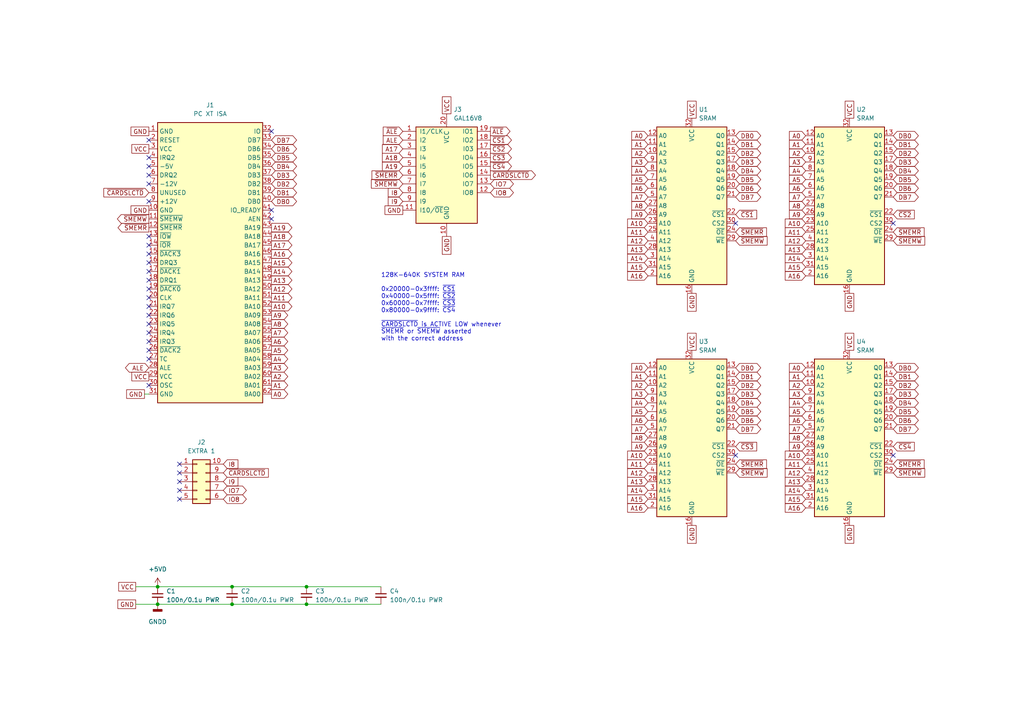
<source format=kicad_sch>
(kicad_sch (version 20211123) (generator eeschema)
  (paper "A4")
  (lib_symbols
    (symbol "Connector:Bus_ISA_8bit"
      (property "Reference" "J" (at 0 42.545 0))
      (property "Value" "Bus_ISA_8bit" (at 0 -42.545 0))
      (symbol "Bus_ISA_8bit_0_1"
        (rectangle (start -15.24 -40.64) (end 15.24 40.64) (stroke (width 0.254)) (fill (type background)))
      )
      (symbol "Bus_ISA_8bit_1_1"
        (pin power_in line (at -17.78 38.1 0) (length 2.54) (name "GND") (number "1"))
        (pin power_in line (at -17.78 15.24 0) (length 2.54) (name "GND") (number "10"))
        (pin output line (at -17.78 12.7 0) (length 2.54) (name "~{SMEMW}") (number "11"))
        (pin output line (at -17.78 10.16 0) (length 2.54) (name "~{SMEMR}") (number "12"))
        (pin output line (at -17.78 7.62 0) (length 2.54) (name "~{IOW}") (number "13"))
        (pin output line (at -17.78 5.08 0) (length 2.54) (name "~{IOR}") (number "14"))
        (pin passive line (at -17.78 2.54 0) (length 2.54) (name "~{DACK3}") (number "15"))
        (pin passive line (at -17.78 0 0) (length 2.54) (name "DRQ3") (number "16"))
        (pin passive line (at -17.78 -2.54 0) (length 2.54) (name "~{DACK1}") (number "17"))
        (pin passive line (at -17.78 -5.08 0) (length 2.54) (name "DRQ1") (number "18"))
        (pin passive line (at -17.78 -7.62 0) (length 2.54) (name "~{DACK0}") (number "19"))
        (pin output line (at -17.78 35.56 0) (length 2.54) (name "RESET") (number "2"))
        (pin output line (at -17.78 -10.16 0) (length 2.54) (name "CLK") (number "20"))
        (pin passive line (at -17.78 -12.7 0) (length 2.54) (name "IRQ7") (number "21"))
        (pin passive line (at -17.78 -15.24 0) (length 2.54) (name "IRQ6") (number "22"))
        (pin passive line (at -17.78 -17.78 0) (length 2.54) (name "IRQ5") (number "23"))
        (pin passive line (at -17.78 -20.32 0) (length 2.54) (name "IRQ4") (number "24"))
        (pin passive line (at -17.78 -22.86 0) (length 2.54) (name "IRQ3") (number "25"))
        (pin passive line (at -17.78 -25.4 0) (length 2.54) (name "~{DACK2}") (number "26"))
        (pin passive line (at -17.78 -27.94 0) (length 2.54) (name "TC") (number "27"))
        (pin output line (at -17.78 -30.48 0) (length 2.54) (name "ALE") (number "28"))
        (pin power_in line (at -17.78 -33.02 0) (length 2.54) (name "VCC") (number "29"))
        (pin power_in line (at -17.78 33.02 0) (length 2.54) (name "VCC") (number "3"))
        (pin output line (at -17.78 -35.56 0) (length 2.54) (name "OSC") (number "30"))
        (pin power_in line (at -17.78 -38.1 0) (length 2.54) (name "GND") (number "31"))
        (pin passive line (at 17.78 38.1 180) (length 2.54) (name "IO") (number "32"))
        (pin tri_state line (at 17.78 35.56 180) (length 2.54) (name "DB7") (number "33"))
        (pin tri_state line (at 17.78 33.02 180) (length 2.54) (name "DB6") (number "34"))
        (pin tri_state line (at 17.78 30.48 180) (length 2.54) (name "DB5") (number "35"))
        (pin tri_state line (at 17.78 27.94 180) (length 2.54) (name "DB4") (number "36"))
        (pin tri_state line (at 17.78 25.4 180) (length 2.54) (name "DB3") (number "37"))
        (pin tri_state line (at 17.78 22.86 180) (length 2.54) (name "DB2") (number "38"))
        (pin tri_state line (at 17.78 20.32 180) (length 2.54) (name "DB1") (number "39"))
        (pin passive line (at -17.78 30.48 0) (length 2.54) (name "IRQ2") (number "4"))
        (pin tri_state line (at 17.78 17.78 180) (length 2.54) (name "DB0") (number "40"))
        (pin passive line (at 17.78 15.24 180) (length 2.54) (name "IO_READY") (number "41"))
        (pin output line (at 17.78 12.7 180) (length 2.54) (name "AEN") (number "42"))
        (pin tri_state line (at 17.78 10.16 180) (length 2.54) (name "BA19") (number "43"))
        (pin tri_state line (at 17.78 7.62 180) (length 2.54) (name "BA18") (number "44"))
        (pin tri_state line (at 17.78 5.08 180) (length 2.54) (name "BA17") (number "45"))
        (pin tri_state line (at 17.78 2.54 180) (length 2.54) (name "BA16") (number "46"))
        (pin tri_state line (at 17.78 0 180) (length 2.54) (name "BA15") (number "47"))
        (pin tri_state line (at 17.78 -2.54 180) (length 2.54) (name "BA14") (number "48"))
        (pin tri_state line (at 17.78 -5.08 180) (length 2.54) (name "BA13") (number "49"))
        (pin power_in line (at -17.78 27.94 0) (length 2.54) (name "-5V") (number "5"))
        (pin tri_state line (at 17.78 -7.62 180) (length 2.54) (name "BA12") (number "50"))
        (pin tri_state line (at 17.78 -10.16 180) (length 2.54) (name "BA11") (number "51"))
        (pin tri_state line (at 17.78 -12.7 180) (length 2.54) (name "BA10") (number "52"))
        (pin tri_state line (at 17.78 -15.24 180) (length 2.54) (name "BA09") (number "53"))
        (pin tri_state line (at 17.78 -17.78 180) (length 2.54) (name "BA08") (number "54"))
        (pin tri_state line (at 17.78 -20.32 180) (length 2.54) (name "BA07") (number "55"))
        (pin tri_state line (at 17.78 -22.86 180) (length 2.54) (name "BA06") (number "56"))
        (pin tri_state line (at 17.78 -25.4 180) (length 2.54) (name "BA05") (number "57"))
        (pin tri_state line (at 17.78 -27.94 180) (length 2.54) (name "BA04") (number "58"))
        (pin tri_state line (at 17.78 -30.48 180) (length 2.54) (name "BA03") (number "59"))
        (pin passive line (at -17.78 25.4 0) (length 2.54) (name "DRQ2") (number "6"))
        (pin tri_state line (at 17.78 -33.02 180) (length 2.54) (name "BA02") (number "60"))
        (pin tri_state line (at 17.78 -35.56 180) (length 2.54) (name "BA01") (number "61"))
        (pin tri_state line (at 17.78 -38.1 180) (length 2.54) (name "BA00") (number "62"))
        (pin power_in line (at -17.78 22.86 0) (length 2.54) (name "-12V") (number "7"))
        (pin passive line (at -17.78 20.32 0) (length 2.54) (name "UNUSED") (number "8"))
        (pin power_in line (at -17.78 17.78 0) (length 2.54) (name "+12V") (number "9"))
      )
    )
    (symbol "Connector_Generic:Conn_02x05_Counter_Clockwise" (pin_names (offset 1.016) hide)
      (property "Reference" "J" (at 1.27 7.62 0))
      (property "Value" "Conn_02x05_Counter_Clockwise" (at 1.27 -7.62 0))
      (symbol "Conn_02x05_Counter_Clockwise_1_1"
        (rectangle (start -1.27 -4.953) (end 0 -5.207) (stroke (width 0.1524)))
        (rectangle (start -1.27 -2.413) (end 0 -2.667) (stroke (width 0.1524)))
        (rectangle (start -1.27 0.127) (end 0 -0.127) (stroke (width 0.1524)))
        (rectangle (start -1.27 2.667) (end 0 2.413) (stroke (width 0.1524)))
        (rectangle (start -1.27 5.207) (end 0 4.953) (stroke (width 0.1524)))
        (rectangle (start -1.27 6.35) (end 3.81 -6.35) (stroke (width 0.254)) (fill (type background)))
        (rectangle (start 3.81 -4.953) (end 2.54 -5.207) (stroke (width 0.1524)))
        (rectangle (start 3.81 -2.413) (end 2.54 -2.667) (stroke (width 0.1524)))
        (rectangle (start 3.81 0.127) (end 2.54 -0.127) (stroke (width 0.1524)))
        (rectangle (start 3.81 2.667) (end 2.54 2.413) (stroke (width 0.1524)))
        (rectangle (start 3.81 5.207) (end 2.54 4.953) (stroke (width 0.1524)))
        (pin passive line (at -5.08 5.08 0) (length 3.81) (name "Pin_1") (number "1"))
        (pin passive line (at 7.62 5.08 180) (length 3.81) (name "Pin_10") (number "10"))
        (pin passive line (at -5.08 2.54 0) (length 3.81) (name "Pin_2") (number "2"))
        (pin passive line (at -5.08 0 0) (length 3.81) (name "Pin_3") (number "3"))
        (pin passive line (at -5.08 -2.54 0) (length 3.81) (name "Pin_4") (number "4"))
        (pin passive line (at -5.08 -5.08 0) (length 3.81) (name "Pin_5") (number "5"))
        (pin passive line (at 7.62 -5.08 180) (length 3.81) (name "Pin_6") (number "6"))
        (pin passive line (at 7.62 -2.54 180) (length 3.81) (name "Pin_7") (number "7"))
        (pin passive line (at 7.62 0 180) (length 3.81) (name "Pin_8") (number "8"))
        (pin passive line (at 7.62 2.54 180) (length 3.81) (name "Pin_9") (number "9"))
      )
    )
    (symbol "Device:C_Small" (pin_numbers hide) (pin_names (offset 0.254) hide)
      (property "Reference" "C" (at 0.254 1.778 0))
      (property "Value" "C_Small" (at 0.254 -2.032 0))
      (symbol "C_Small_0_1"
        (polyline (pts (xy -1.524 -0.508) (xy 1.524 -0.508)) (stroke (width 0.3302)))
        (polyline (pts (xy -1.524 0.508) (xy 1.524 0.508)) (stroke (width 0.3048)))
      )
      (symbol "C_Small_1_1"
        (pin passive line (at 0 2.54 270) (length 2.032) (name "~") (number "1"))
        (pin passive line (at 0 -2.54 90) (length 2.032) (name "~") (number "2"))
      )
    )
    (symbol "Logic_Programmable:GAL16V8" (pin_names (offset 1.016))
      (property "Reference" "U" (at -8.89 16.51 0))
      (property "Value" "GAL16V8" (at 1.27 16.51 0))
      (symbol "GAL16V8_0_0"
        (pin power_in line (at 0 -17.78 90) (length 3.81) (name "GND") (number "10"))
        (pin power_in line (at 0 17.78 270) (length 3.81) (name "VCC") (number "20"))
      )
      (symbol "GAL16V8_0_1"
        (rectangle (start -8.89 13.97) (end 8.89 -13.97) (stroke (width 0.254)) (fill (type background)))
      )
      (symbol "GAL16V8_1_1"
        (pin input line (at -12.7 12.7 0) (length 3.81) (name "I1/CLK") (number "1"))
        (pin input line (at -12.7 -10.16 0) (length 3.81) (name "I10/~{OE}") (number "11"))
        (pin tri_state line (at 12.7 -5.08 180) (length 3.81) (name "IO8") (number "12"))
        (pin tri_state line (at 12.7 -2.54 180) (length 3.81) (name "IO7") (number "13"))
        (pin tri_state line (at 12.7 0 180) (length 3.81) (name "IO6") (number "14"))
        (pin tri_state line (at 12.7 2.54 180) (length 3.81) (name "IO5") (number "15"))
        (pin tri_state line (at 12.7 5.08 180) (length 3.81) (name "IO4") (number "16"))
        (pin tri_state line (at 12.7 7.62 180) (length 3.81) (name "I03") (number "17"))
        (pin tri_state line (at 12.7 10.16 180) (length 3.81) (name "IO2") (number "18"))
        (pin tri_state line (at 12.7 12.7 180) (length 3.81) (name "IO1") (number "19"))
        (pin input line (at -12.7 10.16 0) (length 3.81) (name "I2") (number "2"))
        (pin input line (at -12.7 7.62 0) (length 3.81) (name "I3") (number "3"))
        (pin input line (at -12.7 5.08 0) (length 3.81) (name "I4") (number "4"))
        (pin input line (at -12.7 2.54 0) (length 3.81) (name "I5") (number "5"))
        (pin input line (at -12.7 0 0) (length 3.81) (name "I6") (number "6"))
        (pin input line (at -12.7 -2.54 0) (length 3.81) (name "I7") (number "7"))
        (pin input line (at -12.7 -5.08 0) (length 3.81) (name "I8") (number "8"))
        (pin input line (at -12.7 -7.62 0) (length 3.81) (name "I9") (number "9"))
      )
    )
    (symbol "Memory_RAM:628128_DIP32_SSOP32"
      (property "Reference" "U" (at -10.16 23.495 0))
      (property "Value" "628128_DIP32_SSOP32" (at 2.54 23.495 0))
      (symbol "628128_DIP32_SSOP32_0_0"
        (pin power_in line (at 0 -25.4 90) (length 2.54) (name "GND") (number "16"))
        (pin power_in line (at 0 25.4 270) (length 2.54) (name "VCC") (number "32"))
      )
      (symbol "628128_DIP32_SSOP32_0_1"
        (rectangle (start -10.16 22.86) (end 10.16 -22.86) (stroke (width 0.254)) (fill (type background)))
      )
      (symbol "628128_DIP32_SSOP32_1_1"
        (pin no_connect line (at 10.16 -20.32 180) (length 2.54) hide (name "NC") (number "1"))
        (pin input line (at -12.7 15.24 0) (length 2.54) (name "A2") (number "10"))
        (pin input line (at -12.7 17.78 0) (length 2.54) (name "A1") (number "11"))
        (pin input line (at -12.7 20.32 0) (length 2.54) (name "A0") (number "12"))
        (pin tri_state line (at 12.7 20.32 180) (length 2.54) (name "Q0") (number "13"))
        (pin tri_state line (at 12.7 17.78 180) (length 2.54) (name "Q1") (number "14"))
        (pin tri_state line (at 12.7 15.24 180) (length 2.54) (name "Q2") (number "15"))
        (pin tri_state line (at 12.7 12.7 180) (length 2.54) (name "Q3") (number "17"))
        (pin tri_state line (at 12.7 10.16 180) (length 2.54) (name "Q4") (number "18"))
        (pin tri_state line (at 12.7 7.62 180) (length 2.54) (name "Q5") (number "19"))
        (pin input line (at -12.7 -20.32 0) (length 2.54) (name "A16") (number "2"))
        (pin tri_state line (at 12.7 5.08 180) (length 2.54) (name "Q6") (number "20"))
        (pin tri_state line (at 12.7 2.54 180) (length 2.54) (name "Q7") (number "21"))
        (pin input line (at 12.7 -2.54 180) (length 2.54) (name "~{CS1}") (number "22"))
        (pin input line (at -12.7 -5.08 0) (length 2.54) (name "A10") (number "23"))
        (pin input line (at 12.7 -7.62 180) (length 2.54) (name "~{OE}") (number "24"))
        (pin input line (at -12.7 -7.62 0) (length 2.54) (name "A11") (number "25"))
        (pin input line (at -12.7 -2.54 0) (length 2.54) (name "A9") (number "26"))
        (pin input line (at -12.7 0 0) (length 2.54) (name "A8") (number "27"))
        (pin input line (at -12.7 -12.7 0) (length 2.54) (name "A13") (number "28"))
        (pin input line (at 12.7 -10.16 180) (length 2.54) (name "~{WE}") (number "29"))
        (pin input line (at -12.7 -15.24 0) (length 2.54) (name "A14") (number "3"))
        (pin input line (at 12.7 -5.08 180) (length 2.54) (name "CS2") (number "30"))
        (pin input line (at -12.7 -17.78 0) (length 2.54) (name "A15") (number "31"))
        (pin input line (at -12.7 -10.16 0) (length 2.54) (name "A12") (number "4"))
        (pin input line (at -12.7 2.54 0) (length 2.54) (name "A7") (number "5"))
        (pin input line (at -12.7 5.08 0) (length 2.54) (name "A6") (number "6"))
        (pin input line (at -12.7 7.62 0) (length 2.54) (name "A5") (number "7"))
        (pin input line (at -12.7 10.16 0) (length 2.54) (name "A4") (number "8"))
        (pin input line (at -12.7 12.7 0) (length 2.54) (name "A3") (number "9"))
      )
    )
    (symbol "power:+5VD" (power) (pin_names (offset 0))
      (property "Value" "+5VD" (at 0 3.556 0))
      (symbol "+5VD_0_1"
        (polyline (pts (xy -0.762 1.27) (xy 0 2.54)))
        (polyline (pts (xy 0 0) (xy 0 2.54)))
        (polyline (pts (xy 0 2.54) (xy 0.762 1.27)))
      )
      (symbol "+5VD_1_1"
        (pin power_in line (at 0 0 90) (length 0) hide (name "+5VD") (number "1"))
      )
    )
    (symbol "power:GNDD" (power) (pin_names (offset 0))
      (property "Value" "GNDD" (at 0 -3.175 0))
      (symbol "GNDD_0_1"
        (rectangle (start -1.27 -1.524) (end 1.27 -2.032) (stroke (width 0.254)) (fill (type outline)))
        (polyline (pts (xy 0 0) (xy 0 -1.524)))
      )
      (symbol "GNDD_1_1"
        (pin power_in line (at 0 0 270) (length 0) hide (name "GNDD") (number "1"))
      )
    )
  )
  (junction (at 45.72 170.18))
  (junction (at 67.31 170.18))
  (junction (at 45.72 175.26))
  (junction (at 88.9 170.18))
  (junction (at 67.31 175.26))
  (junction (at 88.9 175.26))
  (no_connect (at 43.18 93.98))
  (no_connect (at 213.36 64.77))
  (no_connect (at 43.18 45.72))
  (no_connect (at 43.18 101.6))
  (no_connect (at 43.18 53.34))
  (no_connect (at 43.18 73.66))
  (no_connect (at 43.18 58.42))
  (no_connect (at 43.18 50.8))
  (no_connect (at 43.18 86.36))
  (no_connect (at 52.07 134.62))
  (no_connect (at 52.07 144.78))
  (no_connect (at 52.07 137.16))
  (no_connect (at 52.07 139.7))
  (no_connect (at 52.07 142.24))
  (no_connect (at 43.18 111.76))
  (no_connect (at 259.08 64.77))
  (no_connect (at 43.18 88.9))
  (no_connect (at 43.18 96.52))
  (no_connect (at 78.74 38.1))
  (no_connect (at 43.18 91.44))
  (no_connect (at 43.18 76.2))
  (no_connect (at 213.36 132.08))
  (no_connect (at 43.18 48.26))
  (no_connect (at 78.74 63.5))
  (no_connect (at 78.74 60.96))
  (no_connect (at 43.18 81.28))
  (no_connect (at 43.18 40.64))
  (no_connect (at 43.18 104.14))
  (no_connect (at 259.08 132.08))
  (no_connect (at 43.18 83.82))
  (no_connect (at 43.18 78.74))
  (no_connect (at 43.18 71.12))
  (no_connect (at 43.18 68.58))
  (no_connect (at 43.18 99.06))
  (wire (pts (xy 88.9 175.26) (xy 110.49 175.26)))
  (wire (pts (xy 41.91 114.3) (xy 43.18 114.3)))
  (wire (pts (xy 67.31 175.26) (xy 88.9 175.26)))
  (wire (pts (xy 88.9 170.18) (xy 110.49 170.18)))
  (wire (pts (xy 67.31 170.18) (xy 88.9 170.18)))
  (wire (pts (xy 45.72 170.18) (xy 67.31 170.18)))
  (wire (pts (xy 39.37 170.18) (xy 45.72 170.18)))
  (wire (pts (xy 39.37 175.26) (xy 45.72 175.26)))
  (wire (pts (xy 45.72 175.26) (xy 67.31 175.26)))
  (text "128K-640K SYSTEM RAM\n\n0x20000-0x3ffff: ~{CS1}\n0x40000-0x5ffff: ~{CS2}\n0x60000-0x7ffff: ~{CS3}\n0x80000-0x9ffff: ~{CS4}\n\n~{CARDSLCTD} is ACTIVE LOW whenever\n~{SMEMR} or ~{SMEMW} asserted\nwith the correct address" (at 110.49 99.06 0) (effects (font (size 1.27 1.27)) (justify left bottom)))
  (global_label "~{SMEMW}" (shape input) (at 116.84 53.34 180) (property "Intersheet References" "${INTERSHEET_REFS}" (effects hide)))
  (global_label "GND" (shape passive) (at 200.66 152.4 270) (property "Intersheet References" "${INTERSHEET_REFS}" (effects hide)))
  (global_label "DB1" (shape bidirectional) (at 213.36 109.22 0) (property "Intersheet References" "${INTERSHEET_REFS}" (effects hide)))
  (global_label "~{CS1}" (shape output) (at 142.24 40.64 0) (property "Intersheet References" "${INTERSHEET_REFS}" (effects hide)))
  (global_label "GND" (shape passive) (at 246.38 85.09 270) (property "Intersheet References" "${INTERSHEET_REFS}" (effects hide)))
  (global_label "~{CS2}" (shape output) (at 142.24 43.18 0) (property "Intersheet References" "${INTERSHEET_REFS}" (effects hide)))
  (global_label "A9" (shape input) (at 233.68 62.23 180) (property "Intersheet References" "${INTERSHEET_REFS}" (effects hide)))
  (global_label "A16" (shape output) (at 78.74 73.66 0) (property "Intersheet References" "${INTERSHEET_REFS}" (effects hide)))
  (global_label "A16" (shape input) (at 233.68 147.32 180) (property "Intersheet References" "${INTERSHEET_REFS}" (effects hide)))
  (global_label "DB4" (shape bidirectional) (at 78.74 48.26 0) (property "Intersheet References" "${INTERSHEET_REFS}" (effects hide)))
  (global_label "~{SMEMR}" (shape input) (at 116.84 50.8 180) (property "Intersheet References" "${INTERSHEET_REFS}" (effects hide)))
  (global_label "A9" (shape input) (at 233.68 129.54 180) (property "Intersheet References" "${INTERSHEET_REFS}" (effects hide)))
  (global_label "DB0" (shape bidirectional) (at 213.36 39.37 0) (property "Intersheet References" "${INTERSHEET_REFS}" (effects hide)))
  (global_label "A10" (shape input) (at 233.68 64.77 180) (property "Intersheet References" "${INTERSHEET_REFS}" (effects hide)))
  (global_label "~{CARDSLCTD}" (shape input) (at 43.18 55.88 180) (property "Intersheet References" "${INTERSHEET_REFS}" (effects hide)))
  (global_label "A0" (shape input) (at 233.68 106.68 180) (property "Intersheet References" "${INTERSHEET_REFS}" (effects hide)))
  (global_label "VCC" (shape passive) (at 246.38 34.29 90) (property "Intersheet References" "${INTERSHEET_REFS}" (effects hide)))
  (global_label "DB1" (shape bidirectional) (at 213.36 41.91 0) (property "Intersheet References" "${INTERSHEET_REFS}" (effects hide)))
  (global_label "DB5" (shape bidirectional) (at 259.08 119.38 0) (property "Intersheet References" "${INTERSHEET_REFS}" (effects hide)))
  (global_label "DB3" (shape bidirectional) (at 213.36 114.3 0) (property "Intersheet References" "${INTERSHEET_REFS}" (effects hide)))
  (global_label "A13" (shape input) (at 187.96 72.39 180) (property "Intersheet References" "${INTERSHEET_REFS}" (effects hide)))
  (global_label "~{SMEMW}" (shape input) (at 213.36 69.85 0) (property "Intersheet References" "${INTERSHEET_REFS}" (effects hide)))
  (global_label "VCC" (shape passive) (at 246.38 101.6 90) (property "Intersheet References" "${INTERSHEET_REFS}" (effects hide)))
  (global_label "A6" (shape output) (at 78.74 99.06 0) (property "Intersheet References" "${INTERSHEET_REFS}" (effects hide)))
  (global_label "GND" (shape passive) (at 43.18 60.96 180) (property "Intersheet References" "${INTERSHEET_REFS}" (effects hide)))
  (global_label "A8" (shape input) (at 187.96 59.69 180) (property "Intersheet References" "${INTERSHEET_REFS}" (effects hide)))
  (global_label "DB4" (shape bidirectional) (at 213.36 116.84 0) (property "Intersheet References" "${INTERSHEET_REFS}" (effects hide)))
  (global_label "A11" (shape input) (at 187.96 67.31 180) (property "Intersheet References" "${INTERSHEET_REFS}" (effects hide)))
  (global_label "GND" (shape passive) (at 200.66 85.09 270) (property "Intersheet References" "${INTERSHEET_REFS}" (effects hide)))
  (global_label "A5" (shape output) (at 78.74 101.6 0) (property "Intersheet References" "${INTERSHEET_REFS}" (effects hide)))
  (global_label "~{SMEMW}" (shape input) (at 213.36 137.16 0) (property "Intersheet References" "${INTERSHEET_REFS}" (effects hide)))
  (global_label "A9" (shape input) (at 187.96 62.23 180) (property "Intersheet References" "${INTERSHEET_REFS}" (effects hide)))
  (global_label "A8" (shape input) (at 233.68 59.69 180) (property "Intersheet References" "${INTERSHEET_REFS}" (effects hide)))
  (global_label "~{CARDSLCTD}" (shape output) (at 142.24 50.8 0) (property "Intersheet References" "${INTERSHEET_REFS}" (effects hide)))
  (global_label "DB2" (shape bidirectional) (at 213.36 111.76 0) (property "Intersheet References" "${INTERSHEET_REFS}" (effects hide)))
  (global_label "DB6" (shape bidirectional) (at 213.36 121.92 0) (property "Intersheet References" "${INTERSHEET_REFS}" (effects hide)))
  (global_label "A6" (shape input) (at 233.68 121.92 180) (property "Intersheet References" "${INTERSHEET_REFS}" (effects hide)))
  (global_label "DB6" (shape bidirectional) (at 213.36 54.61 0) (property "Intersheet References" "${INTERSHEET_REFS}" (effects hide)))
  (global_label "ALE" (shape bidirectional) (at 43.18 106.68 180) (property "Intersheet References" "${INTERSHEET_REFS}" (effects hide)))
  (global_label "DB2" (shape bidirectional) (at 78.74 53.34 0) (property "Intersheet References" "${INTERSHEET_REFS}" (effects hide)))
  (global_label "A7" (shape input) (at 233.68 57.15 180) (property "Intersheet References" "${INTERSHEET_REFS}" (effects hide)))
  (global_label "~{CARDSLCTD}" (shape input) (at 64.77 137.16 0) (property "Intersheet References" "${INTERSHEET_REFS}" (effects hide)))
  (global_label "A2" (shape input) (at 233.68 111.76 180) (property "Intersheet References" "${INTERSHEET_REFS}" (effects hide)))
  (global_label "A16" (shape input) (at 233.68 80.01 180) (property "Intersheet References" "${INTERSHEET_REFS}" (effects hide)))
  (global_label "A15" (shape input) (at 233.68 77.47 180) (property "Intersheet References" "${INTERSHEET_REFS}" (effects hide)))
  (global_label "~{SMEMR}" (shape input) (at 213.36 134.62 0) (property "Intersheet References" "${INTERSHEET_REFS}" (effects hide)))
  (global_label "A12" (shape input) (at 187.96 137.16 180) (property "Intersheet References" "${INTERSHEET_REFS}" (effects hide)))
  (global_label "A15" (shape input) (at 233.68 144.78 180) (property "Intersheet References" "${INTERSHEET_REFS}" (effects hide)))
  (global_label "A18" (shape input) (at 116.84 45.72 180) (property "Intersheet References" "${INTERSHEET_REFS}" (effects hide)))
  (global_label "~{SMEMW}" (shape input) (at 259.08 69.85 0) (property "Intersheet References" "${INTERSHEET_REFS}" (effects hide)))
  (global_label "DB7" (shape bidirectional) (at 213.36 57.15 0) (property "Intersheet References" "${INTERSHEET_REFS}" (effects hide)))
  (global_label "A8" (shape input) (at 187.96 127 180) (property "Intersheet References" "${INTERSHEET_REFS}" (effects hide)))
  (global_label "A3" (shape input) (at 233.68 46.99 180) (property "Intersheet References" "${INTERSHEET_REFS}" (effects hide)))
  (global_label "A4" (shape input) (at 233.68 49.53 180) (property "Intersheet References" "${INTERSHEET_REFS}" (effects hide)))
  (global_label "A16" (shape input) (at 187.96 80.01 180) (property "Intersheet References" "${INTERSHEET_REFS}" (effects hide)))
  (global_label "A3" (shape input) (at 233.68 114.3 180) (property "Intersheet References" "${INTERSHEET_REFS}" (effects hide)))
  (global_label "DB6" (shape bidirectional) (at 259.08 121.92 0) (property "Intersheet References" "${INTERSHEET_REFS}" (effects hide)))
  (global_label "IO8" (shape bidirectional) (at 142.24 55.88 0) (property "Intersheet References" "${INTERSHEET_REFS}" (effects hide)))
  (global_label "A11" (shape input) (at 187.96 134.62 180) (property "Intersheet References" "${INTERSHEET_REFS}" (effects hide)))
  (global_label "A15" (shape input) (at 187.96 77.47 180) (property "Intersheet References" "${INTERSHEET_REFS}" (effects hide)))
  (global_label "A11" (shape output) (at 78.74 86.36 0) (property "Intersheet References" "${INTERSHEET_REFS}" (effects hide)))
  (global_label "DB5" (shape bidirectional) (at 213.36 119.38 0) (property "Intersheet References" "${INTERSHEET_REFS}" (effects hide)))
  (global_label "A9" (shape input) (at 187.96 129.54 180) (property "Intersheet References" "${INTERSHEET_REFS}" (effects hide)))
  (global_label "GND" (shape passive) (at 116.84 60.96 180) (property "Intersheet References" "${INTERSHEET_REFS}" (effects hide)))
  (global_label "A1" (shape input) (at 233.68 41.91 180) (property "Intersheet References" "${INTERSHEET_REFS}" (effects hide)))
  (global_label "A14" (shape input) (at 187.96 142.24 180) (property "Intersheet References" "${INTERSHEET_REFS}" (effects hide)))
  (global_label "A3" (shape output) (at 78.74 106.68 0) (property "Intersheet References" "${INTERSHEET_REFS}" (effects hide)))
  (global_label "A0" (shape output) (at 78.74 114.3 0) (property "Intersheet References" "${INTERSHEET_REFS}" (effects hide)))
  (global_label "VCC" (shape passive) (at 200.66 34.29 90) (property "Intersheet References" "${INTERSHEET_REFS}" (effects hide)))
  (global_label "~{SMEMR}" (shape output) (at 43.18 66.04 180) (property "Intersheet References" "${INTERSHEET_REFS}" (effects hide)))
  (global_label "GND" (shape passive) (at 246.38 152.4 270) (property "Intersheet References" "${INTERSHEET_REFS}" (effects hide)))
  (global_label "A7" (shape input) (at 233.68 124.46 180) (property "Intersheet References" "${INTERSHEET_REFS}" (effects hide)))
  (global_label "A11" (shape input) (at 233.68 134.62 180) (property "Intersheet References" "${INTERSHEET_REFS}" (effects hide)))
  (global_label "IO8" (shape bidirectional) (at 64.77 144.78 0) (property "Intersheet References" "${INTERSHEET_REFS}" (effects hide)))
  (global_label "A7" (shape input) (at 187.96 57.15 180) (property "Intersheet References" "${INTERSHEET_REFS}" (effects hide)))
  (global_label "IO7" (shape bidirectional) (at 142.24 53.34 0) (property "Intersheet References" "${INTERSHEET_REFS}" (effects hide)))
  (global_label "A9" (shape output) (at 78.74 91.44 0) (property "Intersheet References" "${INTERSHEET_REFS}" (effects hide)))
  (global_label "A19" (shape input) (at 116.84 48.26 180) (property "Intersheet References" "${INTERSHEET_REFS}" (effects hide)))
  (global_label "A5" (shape input) (at 187.96 52.07 180) (property "Intersheet References" "${INTERSHEET_REFS}" (effects hide)))
  (global_label "A12" (shape input) (at 233.68 69.85 180) (property "Intersheet References" "${INTERSHEET_REFS}" (effects hide)))
  (global_label "I8" (shape input) (at 64.77 134.62 0) (property "Intersheet References" "${INTERSHEET_REFS}" (effects hide)))
  (global_label "A2" (shape output) (at 78.74 109.22 0) (property "Intersheet References" "${INTERSHEET_REFS}" (effects hide)))
  (global_label "A12" (shape input) (at 233.68 137.16 180) (property "Intersheet References" "${INTERSHEET_REFS}" (effects hide)))
  (global_label "A13" (shape input) (at 233.68 72.39 180) (property "Intersheet References" "${INTERSHEET_REFS}" (effects hide)))
  (global_label "DB1" (shape bidirectional) (at 259.08 109.22 0) (property "Intersheet References" "${INTERSHEET_REFS}" (effects hide)))
  (global_label "GND" (shape passive) (at 41.91 114.3 180) (property "Intersheet References" "${INTERSHEET_REFS}" (effects hide)))
  (global_label "A10" (shape input) (at 233.68 132.08 180) (property "Intersheet References" "${INTERSHEET_REFS}" (effects hide)))
  (global_label "A10" (shape input) (at 187.96 64.77 180) (property "Intersheet References" "${INTERSHEET_REFS}" (effects hide)))
  (global_label "A3" (shape input) (at 187.96 46.99 180) (property "Intersheet References" "${INTERSHEET_REFS}" (effects hide)))
  (global_label "A13" (shape output) (at 78.74 81.28 0) (property "Intersheet References" "${INTERSHEET_REFS}" (effects hide)))
  (global_label "A6" (shape input) (at 233.68 54.61 180) (property "Intersheet References" "${INTERSHEET_REFS}" (effects hide)))
  (global_label "DB7" (shape bidirectional) (at 78.74 40.64 0) (property "Intersheet References" "${INTERSHEET_REFS}" (effects hide)))
  (global_label "DB0" (shape bidirectional) (at 78.74 58.42 0) (property "Intersheet References" "${INTERSHEET_REFS}" (effects hide)))
  (global_label "A17" (shape output) (at 78.74 71.12 0) (property "Intersheet References" "${INTERSHEET_REFS}" (effects hide)))
  (global_label "A7" (shape output) (at 78.74 96.52 0) (property "Intersheet References" "${INTERSHEET_REFS}" (effects hide)))
  (global_label "DB6" (shape bidirectional) (at 78.74 43.18 0) (property "Intersheet References" "${INTERSHEET_REFS}" (effects hide)))
  (global_label "DB4" (shape bidirectional) (at 213.36 49.53 0) (property "Intersheet References" "${INTERSHEET_REFS}" (effects hide)))
  (global_label "A8" (shape output) (at 78.74 93.98 0) (property "Intersheet References" "${INTERSHEET_REFS}" (effects hide)))
  (global_label "A4" (shape input) (at 187.96 49.53 180) (property "Intersheet References" "${INTERSHEET_REFS}" (effects hide)))
  (global_label "~{SMEMR}" (shape input) (at 259.08 67.31 0) (property "Intersheet References" "${INTERSHEET_REFS}" (effects hide)))
  (global_label "A16" (shape input) (at 187.96 147.32 180) (property "Intersheet References" "${INTERSHEET_REFS}" (effects hide)))
  (global_label "DB6" (shape bidirectional) (at 259.08 54.61 0) (property "Intersheet References" "${INTERSHEET_REFS}" (effects hide)))
  (global_label "VCC" (shape passive) (at 200.66 101.6 90) (property "Intersheet References" "${INTERSHEET_REFS}" (effects hide)))
  (global_label "VCC" (shape passive) (at 43.18 109.22 180) (property "Intersheet References" "${INTERSHEET_REFS}" (effects hide)))
  (global_label "A14" (shape input) (at 187.96 74.93 180) (property "Intersheet References" "${INTERSHEET_REFS}" (effects hide)))
  (global_label "A6" (shape input) (at 187.96 121.92 180) (property "Intersheet References" "${INTERSHEET_REFS}" (effects hide)))
  (global_label "A5" (shape input) (at 187.96 119.38 180) (property "Intersheet References" "${INTERSHEET_REFS}" (effects hide)))
  (global_label "A14" (shape output) (at 78.74 78.74 0) (property "Intersheet References" "${INTERSHEET_REFS}" (effects hide)))
  (global_label "A0" (shape input) (at 187.96 106.68 180) (property "Intersheet References" "${INTERSHEET_REFS}" (effects hide)))
  (global_label "I9" (shape input) (at 116.84 58.42 180) (property "Intersheet References" "${INTERSHEET_REFS}" (effects hide)))
  (global_label "A4" (shape output) (at 78.74 104.14 0) (property "Intersheet References" "${INTERSHEET_REFS}" (effects hide)))
  (global_label "A4" (shape input) (at 233.68 116.84 180) (property "Intersheet References" "${INTERSHEET_REFS}" (effects hide)))
  (global_label "DB1" (shape bidirectional) (at 259.08 41.91 0) (property "Intersheet References" "${INTERSHEET_REFS}" (effects hide)))
  (global_label "A15" (shape input) (at 187.96 144.78 180) (property "Intersheet References" "${INTERSHEET_REFS}" (effects hide)))
  (global_label "DB0" (shape bidirectional) (at 259.08 39.37 0) (property "Intersheet References" "${INTERSHEET_REFS}" (effects hide)))
  (global_label "A5" (shape input) (at 233.68 119.38 180) (property "Intersheet References" "${INTERSHEET_REFS}" (effects hide)))
  (global_label "A1" (shape output) (at 78.74 111.76 0) (property "Intersheet References" "${INTERSHEET_REFS}" (effects hide)))
  (global_label "~{SMEMR}" (shape input) (at 259.08 134.62 0) (property "Intersheet References" "${INTERSHEET_REFS}" (effects hide)))
  (global_label "DB1" (shape bidirectional) (at 78.74 55.88 0) (property "Intersheet References" "${INTERSHEET_REFS}" (effects hide)))
  (global_label "DB2" (shape bidirectional) (at 259.08 44.45 0) (property "Intersheet References" "${INTERSHEET_REFS}" (effects hide)))
  (global_label "~{CS1}" (shape input) (at 213.36 62.23 0) (property "Intersheet References" "${INTERSHEET_REFS}" (effects hide)))
  (global_label "I9" (shape input) (at 64.77 139.7 0) (property "Intersheet References" "${INTERSHEET_REFS}" (effects hide)))
  (global_label "~{ALE}" (shape output) (at 142.24 38.1 0) (property "Intersheet References" "${INTERSHEET_REFS}" (effects hide)))
  (global_label "DB3" (shape bidirectional) (at 259.08 114.3 0) (property "Intersheet References" "${INTERSHEET_REFS}" (effects hide)))
  (global_label "DB0" (shape bidirectional) (at 259.08 106.68 0) (property "Intersheet References" "${INTERSHEET_REFS}" (effects hide)))
  (global_label "~{SMEMW}" (shape output) (at 43.18 63.5 180) (property "Intersheet References" "${INTERSHEET_REFS}" (effects hide)))
  (global_label "~{CS2}" (shape input) (at 259.08 62.23 0) (property "Intersheet References" "${INTERSHEET_REFS}" (effects hide)))
  (global_label "~{CS4}" (shape input) (at 259.08 129.54 0) (property "Intersheet References" "${INTERSHEET_REFS}" (effects hide)))
  (global_label "DB2" (shape bidirectional) (at 213.36 44.45 0) (property "Intersheet References" "${INTERSHEET_REFS}" (effects hide)))
  (global_label "DB5" (shape bidirectional) (at 213.36 52.07 0) (property "Intersheet References" "${INTERSHEET_REFS}" (effects hide)))
  (global_label "A7" (shape input) (at 187.96 124.46 180) (property "Intersheet References" "${INTERSHEET_REFS}" (effects hide)))
  (global_label "A11" (shape input) (at 233.68 67.31 180) (property "Intersheet References" "${INTERSHEET_REFS}" (effects hide)))
  (global_label "ALE" (shape input) (at 116.84 40.64 180) (property "Intersheet References" "${INTERSHEET_REFS}" (effects hide)))
  (global_label "DB7" (shape bidirectional) (at 213.36 124.46 0) (property "Intersheet References" "${INTERSHEET_REFS}" (effects hide)))
  (global_label "A2" (shape input) (at 233.68 44.45 180) (property "Intersheet References" "${INTERSHEET_REFS}" (effects hide)))
  (global_label "DB2" (shape bidirectional) (at 259.08 111.76 0) (property "Intersheet References" "${INTERSHEET_REFS}" (effects hide)))
  (global_label "~{SMEMR}" (shape input) (at 213.36 67.31 0) (property "Intersheet References" "${INTERSHEET_REFS}" (effects hide)))
  (global_label "A1" (shape input) (at 233.68 109.22 180) (property "Intersheet References" "${INTERSHEET_REFS}" (effects hide)))
  (global_label "A2" (shape input) (at 187.96 44.45 180) (property "Intersheet References" "${INTERSHEET_REFS}" (effects hide)))
  (global_label "~{CS3}" (shape input) (at 213.36 129.54 0) (property "Intersheet References" "${INTERSHEET_REFS}" (effects hide)))
  (global_label "A15" (shape output) (at 78.74 76.2 0) (property "Intersheet References" "${INTERSHEET_REFS}" (effects hide)))
  (global_label "VCC" (shape passive) (at 43.18 43.18 180) (property "Intersheet References" "${INTERSHEET_REFS}" (effects hide)))
  (global_label "DB4" (shape bidirectional) (at 259.08 116.84 0) (property "Intersheet References" "${INTERSHEET_REFS}" (effects hide)))
  (global_label "A14" (shape input) (at 233.68 74.93 180) (property "Intersheet References" "${INTERSHEET_REFS}" (effects hide)))
  (global_label "A10" (shape input) (at 187.96 132.08 180) (property "Intersheet References" "${INTERSHEET_REFS}" (effects hide)))
  (global_label "DB7" (shape bidirectional) (at 259.08 57.15 0) (property "Intersheet References" "${INTERSHEET_REFS}" (effects hide)))
  (global_label "~{CS4}" (shape output) (at 142.24 48.26 0) (property "Intersheet References" "${INTERSHEET_REFS}" (effects hide)))
  (global_label "A5" (shape input) (at 233.68 52.07 180) (property "Intersheet References" "${INTERSHEET_REFS}" (effects hide)))
  (global_label "GND" (shape passive) (at 129.54 68.58 270) (property "Intersheet References" "${INTERSHEET_REFS}" (effects hide)))
  (global_label "VCC" (shape passive) (at 129.54 33.02 90) (property "Intersheet References" "${INTERSHEET_REFS}" (effects hide)))
  (global_label "A14" (shape input) (at 233.68 142.24 180) (property "Intersheet References" "${INTERSHEET_REFS}" (effects hide)))
  (global_label "I8" (shape input) (at 116.84 55.88 180) (property "Intersheet References" "${INTERSHEET_REFS}" (effects hide)))
  (global_label "DB7" (shape bidirectional) (at 259.08 124.46 0) (property "Intersheet References" "${INTERSHEET_REFS}" (effects hide)))
  (global_label "DB0" (shape bidirectional) (at 213.36 106.68 0) (property "Intersheet References" "${INTERSHEET_REFS}" (effects hide)))
  (global_label "IO7" (shape bidirectional) (at 64.77 142.24 0) (property "Intersheet References" "${INTERSHEET_REFS}" (effects hide)))
  (global_label "A13" (shape input) (at 187.96 139.7 180) (property "Intersheet References" "${INTERSHEET_REFS}" (effects hide)))
  (global_label "A12" (shape input) (at 187.96 69.85 180) (property "Intersheet References" "${INTERSHEET_REFS}" (effects hide)))
  (global_label "A13" (shape input) (at 233.68 139.7 180) (property "Intersheet References" "${INTERSHEET_REFS}" (effects hide)))
  (global_label "A3" (shape input) (at 187.96 114.3 180) (property "Intersheet References" "${INTERSHEET_REFS}" (effects hide)))
  (global_label "A0" (shape input) (at 187.96 39.37 180) (property "Intersheet References" "${INTERSHEET_REFS}" (effects hide)))
  (global_label "A6" (shape input) (at 187.96 54.61 180) (property "Intersheet References" "${INTERSHEET_REFS}" (effects hide)))
  (global_label "A12" (shape output) (at 78.74 83.82 0) (property "Intersheet References" "${INTERSHEET_REFS}" (effects hide)))
  (global_label "A10" (shape output) (at 78.74 88.9 0) (property "Intersheet References" "${INTERSHEET_REFS}" (effects hide)))
  (global_label "A19" (shape output) (at 78.74 66.04 0) (property "Intersheet References" "${INTERSHEET_REFS}" (effects hide)))
  (global_label "A18" (shape output) (at 78.74 68.58 0) (property "Intersheet References" "${INTERSHEET_REFS}" (effects hide)))
  (global_label "A8" (shape input) (at 233.68 127 180) (property "Intersheet References" "${INTERSHEET_REFS}" (effects hide)))
  (global_label "DB5" (shape bidirectional) (at 78.74 45.72 0) (property "Intersheet References" "${INTERSHEET_REFS}" (effects hide)))
  (global_label "~{SMEMW}" (shape input) (at 259.08 137.16 0) (property "Intersheet References" "${INTERSHEET_REFS}" (effects hide)))
  (global_label "A1" (shape input) (at 187.96 109.22 180) (property "Intersheet References" "${INTERSHEET_REFS}" (effects hide)))
  (global_label "A2" (shape input) (at 187.96 111.76 180) (property "Intersheet References" "${INTERSHEET_REFS}" (effects hide)))
  (global_label "~{CS3}" (shape output) (at 142.24 45.72 0) (property "Intersheet References" "${INTERSHEET_REFS}" (effects hide)))
  (global_label "DB3" (shape bidirectional) (at 213.36 46.99 0) (property "Intersheet References" "${INTERSHEET_REFS}" (effects hide)))
  (global_label "VCC" (shape passive) (at 39.37 170.18 180) (property "Intersheet References" "${INTERSHEET_REFS}" (effects hide)))
  (global_label "GND" (shape passive) (at 39.37 175.26 180) (property "Intersheet References" "${INTERSHEET_REFS}" (effects hide)))
  (global_label "DB4" (shape bidirectional) (at 259.08 49.53 0) (property "Intersheet References" "${INTERSHEET_REFS}" (effects hide)))
  (global_label "A17" (shape input) (at 116.84 43.18 180) (property "Intersheet References" "${INTERSHEET_REFS}" (effects hide)))
  (global_label "DB3" (shape bidirectional) (at 78.74 50.8 0) (property "Intersheet References" "${INTERSHEET_REFS}" (effects hide)))
  (global_label "DB3" (shape bidirectional) (at 259.08 46.99 0) (property "Intersheet References" "${INTERSHEET_REFS}" (effects hide)))
  (global_label "GND" (shape passive) (at 43.18 38.1 180) (property "Intersheet References" "${INTERSHEET_REFS}" (effects hide)))
  (global_label "A0" (shape input) (at 233.68 39.37 180) (property "Intersheet References" "${INTERSHEET_REFS}" (effects hide)))
  (global_label "A1" (shape input) (at 187.96 41.91 180) (property "Intersheet References" "${INTERSHEET_REFS}" (effects hide)))
  (global_label "A4" (shape input) (at 187.96 116.84 180) (property "Intersheet References" "${INTERSHEET_REFS}" (effects hide)))
  (global_label "~{ALE}" (shape input) (at 116.84 38.1 180) (property "Intersheet References" "${INTERSHEET_REFS}" (effects hide)))
  (global_label "DB5" (shape bidirectional) (at 259.08 52.07 0) (property "Intersheet References" "${INTERSHEET_REFS}" (effects hide)))
  (symbol (lib_id "Device:C_Small") (at 88.9 172.72 0) (unit 1)
    (property "Reference" "C3" (at 91.44 171.4562 0) (effects (justify left)))
    (property "Value" "100n/0.1u PWR" (at 91.44 173.9962 0) (effects (justify left)))
    (property "Footprint" "Capacitor_SMD:C_1206_3216Metric_Pad1.33x1.80mm_HandSolder" (effects hide))
    (property "Mouser Part Number" "80-C1206X104G4HACTU" (effects hide))
  )
  (symbol (lib_id "Device:C_Small") (at 45.72 172.72 0) (unit 1)
    (property "Reference" "C1" (at 48.26 171.4562 0) (effects (justify left)))
    (property "Value" "100n/0.1u PWR" (at 48.26 173.9962 0) (effects (justify left)))
    (property "Footprint" "Capacitor_SMD:C_1206_3216Metric_Pad1.33x1.80mm_HandSolder" (effects hide))
    (property "Mouser Part Number" "80-C1206X104G4HACTU" (effects hide))
  )
  (symbol (lib_id "Memory_RAM:628128_DIP32_SSOP32") (at 246.38 59.69 0) (unit 1)
    (property "Reference" "U2" (at 248.3994 31.75 0) (effects (justify left)))
    (property "Value" "SRAM" (at 248.3994 34.29 0) (effects (justify left)))
    (property "Footprint" "Package_SO:SSOP-32_11.305x20.495mm_P1.27mm" (effects hide))
    (property "Datasheet" "http://www.futurlec.com/Datasheet/Memory/628128.pdf" (effects hide))
    (property "Description" "628128 128KB SRAM" (effects hide))
    (property "Manufacturer_Name" "ISSI" (effects hide))
    (property "Manufacturer_Part_Number" "IS62C1024AL-35QLI" (effects hide))
  )
  (symbol (lib_id "Device:C_Small") (at 110.49 172.72 0) (unit 1)
    (property "Reference" "C4" (at 113.03 171.4562 0) (effects (justify left)))
    (property "Value" "100n/0.1u PWR" (at 113.03 173.9962 0) (effects (justify left)))
    (property "Footprint" "Capacitor_SMD:C_1206_3216Metric_Pad1.33x1.80mm_HandSolder" (effects hide))
    (property "Mouser Part Number" "80-C1206X104G4HACTU" (effects hide))
  )
  (symbol (lib_id "Memory_RAM:628128_DIP32_SSOP32") (at 200.66 59.69 0) (unit 1)
    (property "Reference" "U1" (at 202.6794 31.75 0) (effects (justify left)))
    (property "Value" "SRAM" (at 202.6794 34.29 0) (effects (justify left)))
    (property "Footprint" "Package_SO:SSOP-32_11.305x20.495mm_P1.27mm" (effects hide))
    (property "Datasheet" "http://www.futurlec.com/Datasheet/Memory/628128.pdf" (effects hide))
    (property "Description" "628128 128KB SRAM" (effects hide))
    (property "Manufacturer_Name" "ISSI" (effects hide))
    (property "Manufacturer_Part_Number" "IS62C1024AL-35QLI" (effects hide))
  )
  (symbol (lib_id "Logic_Programmable:GAL16V8") (at 129.54 50.8 0) (unit 1)
    (property "Reference" "J3" (at 131.5594 31.75 0) (effects (justify left)))
    (property "Value" "GAL16V8" (at 131.5594 34.29 0) (effects (justify left)))
    (property "Footprint" "Package_DIP:DIP-20_W7.62mm_Socket" (effects hide))
    (property "Datasheet" "https://www.mouser.co.uk/datasheet/2/268/doc0453-1369001.pdf" (effects hide))
    (property "Manufacturer_Name" "Microchip Technology" (effects hide))
    (property "Manufacturer_Part_Number" "ATF16V8CZ-15PU" (effects hide))
    (property "Mouser Part Number" "556-AF16V8CZ15PU" (effects hide))
  )
  (symbol (lib_id "Connector:Bus_ISA_8bit") (at 60.96 76.2 0) (unit 1)
    (property "Reference" "J1" (at 60.96 30.48 0))
    (property "Value" "PC XT ISA" (at 60.96 33.02 0))
    (property "Footprint" "ISA-X:ISA-X" (effects hide))
    (property "Datasheet" "https://en.wikipedia.org/wiki/Industry_Standard_Architecture" (effects hide))
  )
  (symbol (lib_id "Memory_RAM:628128_DIP32_SSOP32") (at 246.38 127 0) (unit 1)
    (property "Reference" "U4" (at 248.3994 99.06 0) (effects (justify left)))
    (property "Value" "SRAM" (at 248.3994 101.6 0) (effects (justify left)))
    (property "Footprint" "Package_SO:SSOP-32_11.305x20.495mm_P1.27mm" (effects hide))
    (property "Datasheet" "http://www.futurlec.com/Datasheet/Memory/628128.pdf" (effects hide))
    (property "Description" "628128 128KB SRAM" (effects hide))
    (property "Manufacturer_Name" "ISSI" (effects hide))
    (property "Manufacturer_Part_Number" "IS62C1024AL-35QLI" (effects hide))
  )
  (symbol (lib_id "Connector_Generic:Conn_02x05_Counter_Clockwise") (at 57.15 139.7 0) (unit 1)
    (property "Reference" "J2" (at 58.42 128.27 0))
    (property "Value" "EXTRA 1" (at 58.42 130.81 0))
    (property "Footprint" "Connector_IDC:IDC-Header_2x05_P2.54mm_Vertical" (effects hide))
  )
  (symbol (lib_id "Memory_RAM:628128_DIP32_SSOP32") (at 200.66 127 0) (unit 1)
    (property "Reference" "U3" (at 202.6794 99.06 0) (effects (justify left)))
    (property "Value" "SRAM" (at 202.6794 101.6 0) (effects (justify left)))
    (property "Footprint" "Package_SO:SSOP-32_11.305x20.495mm_P1.27mm" (effects hide))
    (property "Datasheet" "http://www.futurlec.com/Datasheet/Memory/628128.pdf" (effects hide))
    (property "Description" "628128 128KB SRAM" (effects hide))
    (property "Manufacturer_Name" "ISSI" (effects hide))
    (property "Manufacturer_Part_Number" "IS62C1024AL-35QLI" (effects hide))
  )
  (symbol (lib_id "Device:C_Small") (at 67.31 172.72 0) (unit 1)
    (property "Reference" "C2" (at 69.85 171.4562 0) (effects (justify left)))
    (property "Value" "100n/0.1u PWR" (at 69.85 173.9962 0) (effects (justify left)))
    (property "Footprint" "Capacitor_SMD:C_1206_3216Metric_Pad1.33x1.80mm_HandSolder" (effects hide))
    (property "Mouser Part Number" "80-C1206X104G4HACTU" (effects hide))
  )
  (symbol (lib_id "power:GNDD") (at 45.72 175.26 0) (unit 1)
    (property "Reference" "#PWR0101" (effects hide))
    (property "Value" "GNDD" (at 45.72 180.34 0))
  )
  (symbol (lib_id "power:+5VD") (at 45.72 170.18 0) (unit 1)
    (property "Reference" "#PWR0102" (effects hide))
    (property "Value" "+5VD" (at 45.72 165.1 0))
  )
)
</source>
